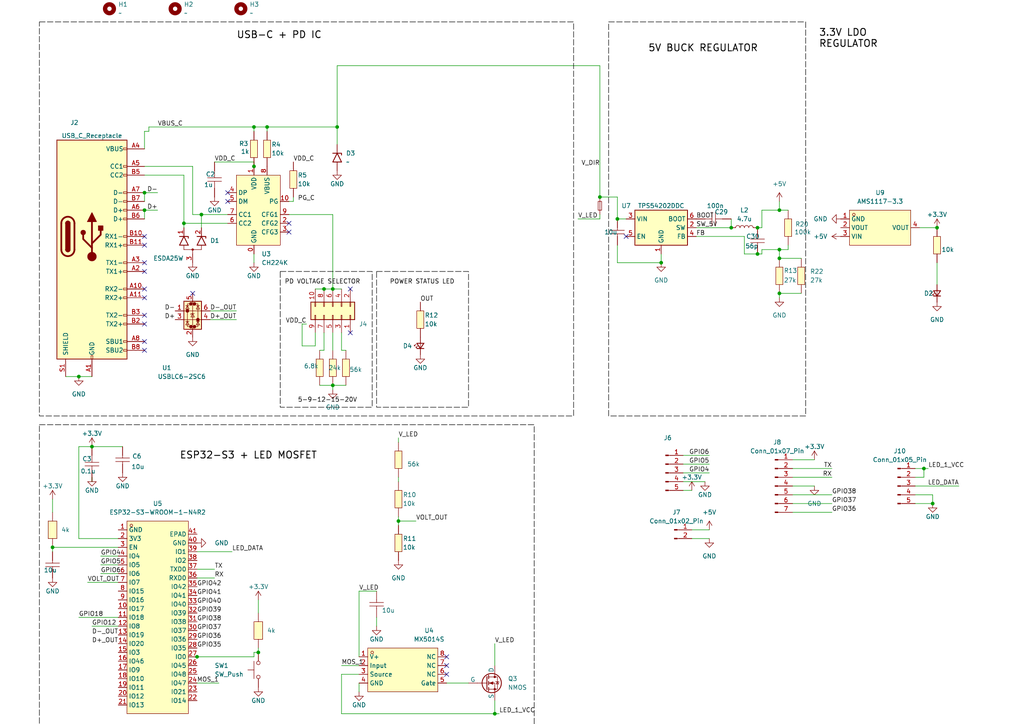
<source format=kicad_sch>
(kicad_sch (version 20231120) (generator "eeschema") (generator_version "8.0")
  (paper "A4")
  (junction (at 267.97 135.89))
  (junction (at 226.06 60.96))
  (junction (at 53.34 64.77))
  (junction (at 96.52 111.76))
  (junction (at 179.07 63.5))
  (junction (at 73.66 48.26))
  (junction (at 41.91 55.88))
  (junction (at 77.47 36.83))
  (junction (at 191.77 76.2))
  (junction (at 96.52 83.82))
  (junction (at 74.93 189.23))
  (junction (at 97.79 36.83))
  (junction (at 143.51 207.01))
  (junction (at 219.71 73.66))
  (junction (at 58.42 62.23))
  (junction (at 226.06 85.09))
  (junction (at 41.91 60.96))
  (junction (at 57.15 190.5))
  (junction (at 22.86 109.22))
  (junction (at 212.09 66.04))
  (junction (at 115.57 151.13))
  (junction (at 93.98 83.82))
  (junction (at 15.24 158.75))
  (junction (at 26.67 129.54))
  (junction (at 226.06 72.39))
  (junction (at 271.78 66.04))
  (junction (at 73.66 36.83))
  (junction (at 173.99 57.15))
  (junction (at 270.51 146.05))
  (junction (at 219.71 66.04))
  (junction (at 226.06 74.93))
  (no_connect (at 41.91 76.2))
  (no_connect (at 129.54 195.58))
  (no_connect (at 181.61 68.58))
  (no_connect (at 129.54 193.04))
  (no_connect (at 41.91 71.12))
  (no_connect (at 41.91 101.6))
  (no_connect (at 66.04 58.42))
  (no_connect (at 41.91 93.98))
  (no_connect (at 101.6 96.52))
  (no_connect (at 41.91 68.58))
  (no_connect (at 83.82 64.77))
  (no_connect (at 83.82 67.31))
  (no_connect (at 41.91 99.06))
  (no_connect (at 41.91 78.74))
  (no_connect (at 41.91 83.82))
  (no_connect (at 41.91 91.44))
  (no_connect (at 41.91 86.36))
  (no_connect (at 66.04 55.88))
  (no_connect (at 55.88 85.09))
  (no_connect (at 101.6 83.82))
  (no_connect (at 129.54 190.5))
  (wire (pts (xy 198.12 139.7) (xy 204.47 139.7)))
  (wire (pts (xy 226.06 85.09) (xy 232.41 85.09)))
  (wire (pts (xy 43.18 38.1) (xy 41.91 38.1)))
  (wire (pts (xy 96.52 62.23) (xy 83.82 62.23)))
  (wire (pts (xy 226.06 72.39) (xy 226.06 74.93)))
  (wire (pts (xy 41.91 55.88) (xy 41.91 58.42)))
  (wire (pts (xy 179.07 71.12) (xy 179.07 76.2)))
  (wire (pts (xy 220.98 72.39) (xy 220.98 73.66)))
  (wire (pts (xy 73.66 38.1) (xy 73.66 36.83)))
  (wire (pts (xy 115.57 149.86) (xy 115.57 151.13)))
  (wire (pts (xy 77.47 36.83) (xy 97.79 36.83)))
  (wire (pts (xy 226.06 58.42) (xy 226.06 60.96)))
  (wire (pts (xy 22.86 129.54) (xy 22.86 156.21)))
  (wire (pts (xy 97.79 19.05) (xy 173.99 19.05)))
  (wire (pts (xy 73.66 189.23) (xy 74.93 189.23)))
  (wire (pts (xy 229.87 138.43) (xy 241.3 138.43)))
  (wire (pts (xy 19.05 109.22) (xy 22.86 109.22)))
  (wire (pts (xy 179.07 63.5) (xy 179.07 57.15)))
  (wire (pts (xy 68.58 90.17) (xy 60.96 90.17)))
  (wire (pts (xy 115.57 138.43) (xy 115.57 139.7)))
  (wire (pts (xy 58.42 62.23) (xy 58.42 66.04)))
  (wire (pts (xy 120.65 151.13) (xy 115.57 151.13)))
  (wire (pts (xy 87.63 93.98) (xy 87.63 100.33)))
  (wire (pts (xy 62.23 46.99) (xy 73.66 46.99)))
  (wire (pts (xy 58.42 62.23) (xy 66.04 62.23)))
  (wire (pts (xy 15.24 158.75) (xy 34.29 158.75)))
  (wire (pts (xy 241.3 146.05) (xy 229.87 146.05)))
  (wire (pts (xy 167.64 63.5) (xy 173.99 63.5)))
  (wire (pts (xy 15.24 158.75) (xy 15.24 160.02)))
  (wire (pts (xy 100.33 101.6) (xy 99.06 101.6)))
  (wire (pts (xy 87.63 93.98) (xy 88.9 93.98)))
  (wire (pts (xy 63.5 198.12) (xy 57.15 198.12)))
  (wire (pts (xy 104.14 198.12) (xy 104.14 200.66)))
  (wire (pts (xy 96.52 111.76) (xy 96.52 113.03)))
  (wire (pts (xy 205.74 137.16) (xy 198.12 137.16)))
  (wire (pts (xy 267.97 135.89) (xy 265.43 135.89)))
  (wire (pts (xy 41.91 38.1) (xy 41.91 43.18)))
  (wire (pts (xy 220.98 60.96) (xy 220.98 66.04)))
  (wire (pts (xy 271.78 66.04) (xy 266.7 66.04)))
  (wire (pts (xy 226.06 74.93) (xy 232.41 74.93)))
  (wire (pts (xy 144.78 207.01) (xy 143.51 207.01)))
  (wire (pts (xy 270.51 143.51) (xy 270.51 146.05)))
  (wire (pts (xy 43.18 36.83) (xy 73.66 36.83)))
  (wire (pts (xy 99.06 195.58) (xy 104.14 195.58)))
  (wire (pts (xy 93.98 83.82) (xy 96.52 83.82)))
  (wire (pts (xy 96.52 101.6) (xy 96.52 96.52)))
  (wire (pts (xy 85.09 57.15) (xy 85.09 58.42)))
  (wire (pts (xy 83.82 58.42) (xy 85.09 58.42)))
  (wire (pts (xy 99.06 193.04) (xy 104.14 193.04)))
  (wire (pts (xy 229.87 135.89) (xy 241.3 135.89)))
  (wire (pts (xy 220.98 72.39) (xy 226.06 72.39)))
  (wire (pts (xy 143.51 207.01) (xy 143.51 203.2)))
  (wire (pts (xy 205.74 134.62) (xy 198.12 134.62)))
  (wire (pts (xy 73.66 36.83) (xy 77.47 36.83)))
  (wire (pts (xy 41.91 60.96) (xy 45.72 60.96)))
  (wire (pts (xy 269.24 135.89) (xy 267.97 135.89)))
  (wire (pts (xy 179.07 63.5) (xy 181.61 63.5)))
  (wire (pts (xy 205.74 132.08) (xy 198.12 132.08)))
  (wire (pts (xy 265.43 138.43) (xy 267.97 138.43)))
  (wire (pts (xy 68.58 92.71) (xy 60.96 92.71)))
  (wire (pts (xy 99.06 101.6) (xy 99.06 96.52)))
  (wire (pts (xy 271.78 76.2) (xy 271.78 82.55)))
  (wire (pts (xy 219.71 73.66) (xy 220.98 73.66)))
  (wire (pts (xy 74.93 187.96) (xy 74.93 189.23)))
  (wire (pts (xy 191.77 73.66) (xy 191.77 76.2)))
  (wire (pts (xy 265.43 143.51) (xy 270.51 143.51)))
  (wire (pts (xy 226.06 85.09) (xy 226.06 86.36)))
  (wire (pts (xy 99.06 207.01) (xy 143.51 207.01)))
  (wire (pts (xy 15.24 144.78) (xy 15.24 148.59)))
  (wire (pts (xy 229.87 140.97) (xy 236.22 140.97)))
  (wire (pts (xy 228.6 60.96) (xy 226.06 60.96)))
  (wire (pts (xy 74.93 173.99) (xy 74.93 177.8)))
  (wire (pts (xy 53.34 64.77) (xy 53.34 66.04)))
  (wire (pts (xy 104.14 171.45) (xy 104.14 190.5)))
  (wire (pts (xy 25.4 168.91) (xy 34.29 168.91)))
  (wire (pts (xy 73.66 76.2) (xy 73.66 73.66)))
  (wire (pts (xy 26.67 181.61) (xy 34.29 181.61)))
  (wire (pts (xy 215.9 68.58) (xy 215.9 73.66)))
  (wire (pts (xy 228.6 72.39) (xy 228.6 71.12)))
  (wire (pts (xy 22.86 179.07) (xy 34.29 179.07)))
  (wire (pts (xy 41.91 48.26) (xy 55.88 48.26)))
  (wire (pts (xy 53.34 50.8) (xy 53.34 64.77)))
  (wire (pts (xy 29.21 163.83) (xy 34.29 163.83)))
  (wire (pts (xy 93.98 101.6) (xy 93.98 96.52)))
  (wire (pts (xy 173.99 19.05) (xy 173.99 57.15)))
  (wire (pts (xy 29.21 161.29) (xy 34.29 161.29)))
  (wire (pts (xy 22.86 109.22) (xy 26.67 109.22)))
  (wire (pts (xy 97.79 36.83) (xy 97.79 19.05)))
  (wire (pts (xy 115.57 151.13) (xy 115.57 152.4)))
  (wire (pts (xy 205.74 153.67) (xy 200.66 153.67)))
  (wire (pts (xy 96.52 111.76) (xy 100.33 111.76)))
  (wire (pts (xy 41.91 63.5) (xy 41.91 60.96)))
  (wire (pts (xy 26.67 129.54) (xy 22.86 129.54)))
  (wire (pts (xy 179.07 57.15) (xy 173.99 57.15)))
  (wire (pts (xy 267.97 138.43) (xy 267.97 135.89)))
  (wire (pts (xy 104.14 171.45) (xy 109.22 171.45)))
  (wire (pts (xy 115.57 128.27) (xy 115.57 127)))
  (wire (pts (xy 57.15 160.02) (xy 67.31 160.02)))
  (wire (pts (xy 228.6 72.39) (xy 226.06 72.39)))
  (wire (pts (xy 201.93 68.58) (xy 215.9 68.58)))
  (wire (pts (xy 129.54 198.12) (xy 135.89 198.12)))
  (wire (pts (xy 92.71 111.76) (xy 96.52 111.76)))
  (wire (pts (xy 143.51 186.69) (xy 143.51 193.04)))
  (wire (pts (xy 91.44 83.82) (xy 93.98 83.82)))
  (wire (pts (xy 241.3 143.51) (xy 229.87 143.51)))
  (wire (pts (xy 62.23 165.1) (xy 57.15 165.1)))
  (wire (pts (xy 212.09 66.04) (xy 212.09 63.5)))
  (wire (pts (xy 92.71 101.6) (xy 93.98 101.6)))
  (wire (pts (xy 219.71 66.04) (xy 220.98 66.04)))
  (wire (pts (xy 53.34 64.77) (xy 66.04 64.77)))
  (wire (pts (xy 220.98 60.96) (xy 226.06 60.96)))
  (wire (pts (xy 198.12 142.24) (xy 200.66 142.24)))
  (wire (pts (xy 173.99 63.5) (xy 173.99 62.23)))
  (wire (pts (xy 77.47 36.83) (xy 77.47 38.1)))
  (wire (pts (xy 73.66 46.99) (xy 73.66 48.26)))
  (wire (pts (xy 55.88 48.26) (xy 55.88 62.23)))
  (wire (pts (xy 96.52 62.23) (xy 96.52 83.82)))
  (wire (pts (xy 241.3 148.59) (xy 229.87 148.59)))
  (wire (pts (xy 22.86 156.21) (xy 34.29 156.21)))
  (wire (pts (xy 73.66 190.5) (xy 73.66 189.23)))
  (wire (pts (xy 29.21 166.37) (xy 34.29 166.37)))
  (wire (pts (xy 201.93 66.04) (xy 212.09 66.04)))
  (wire (pts (xy 41.91 55.88) (xy 45.72 55.88)))
  (wire (pts (xy 55.88 62.23) (xy 58.42 62.23)))
  (wire (pts (xy 96.52 83.82) (xy 99.06 83.82)))
  (wire (pts (xy 270.51 146.05) (xy 265.43 146.05)))
  (wire (pts (xy 91.44 96.52) (xy 91.44 100.33)))
  (wire (pts (xy 57.15 190.5) (xy 73.66 190.5)))
  (wire (pts (xy 229.87 133.35) (xy 236.22 133.35)))
  (wire (pts (xy 62.23 167.64) (xy 57.15 167.64)))
  (wire (pts (xy 41.91 50.8) (xy 53.34 50.8)))
  (wire (pts (xy 205.74 156.21) (xy 200.66 156.21)))
  (wire (pts (xy 43.18 36.83) (xy 43.18 38.1)))
  (wire (pts (xy 91.44 100.33) (xy 87.63 100.33)))
  (wire (pts (xy 26.67 139.7) (xy 26.67 138.43)))
  (wire (pts (xy 215.9 73.66) (xy 219.71 73.66)))
  (wire (pts (xy 54.61 190.5) (xy 57.15 190.5)))
  (wire (pts (xy 278.13 140.97) (xy 265.43 140.97)))
  (wire (pts (xy 35.56 129.54) (xy 26.67 129.54)))
  (wire (pts (xy 179.07 76.2) (xy 191.77 76.2)))
  (wire (pts (xy 99.06 195.58) (xy 99.06 207.01)))
  (wire (pts (xy 109.22 179.07) (xy 109.22 181.61)))
  (wire (pts (xy 97.79 36.83) (xy 97.79 41.91)))
  (rectangle (start 109.22 78.74) (end 135.89 118.11) (stroke (width 0) (type dash) (color 0 0 0 1)))
  (rectangle (start 11.43 6.35) (end 166.37 120.65) (stroke (width 0) (type dash) (color 0 0 0 1)))
  (rectangle (start 81.28 78.74) (end 107.95 118.11) (stroke (width 0) (type dash) (color 0 0 0 1)))
  (rectangle (start 11.43 123.19) (end 154.94 252.73) (stroke (width 0) (type dash) (color 0 0 0 1)))
  (rectangle (start 176.53 6.35) (end 233.68 120.65) (stroke (width 0) (type dash) (color 0 0 0 1)))
  (text "ESP32-S3 + LED MOSFET" (at 52.07 133.35 0) (effects (font (size 2 2) (thickness 0.254) (bold yes)) (justify left bottom)))
  (text "USB-C + PD IC" (at 68.58 11.43 0) (effects (font (size 2 2) (thickness 0.254) (bold yes)) (justify left bottom)))
  (text "POWER STATUS LED" (at 113.03 82.55 0) (effects (font (size 1.27 1.27)) (justify left bottom)))
  (text "5V BUCK REGULATOR\n" (at 187.96 15.24 0) (effects (font (size 2 2) (thickness 0.254) (bold yes)) (justify left bottom)))
  (text "5-9-12-15-20V" (at 86.36 116.84 0) (effects (font (size 1.27 1.27)) (justify left bottom)))
  (text "PD VOLTAGE SELECTOR" (at 82.55 82.55 0) (effects (font (size 1.27 1.27)) (justify left bottom)))
  (text "3.3V LDO \nREGULATOR" (at 237.49 13.97 0) (effects (font (size 2 2) (thickness 0.254) (bold yes)) (justify left bottom)))
  (label "GPIO37" (at 241.3 146.05 0))
  (label "VDD_C" (at 88.9 93.98 180))
  (label "MOS_1" (at 99.06 193.04 0))
  (label "GPIO5" (at 205.74 134.62 180))
  (label "VDD_C" (at 85.09 46.99 0))
  (label "VBUS_C" (at 45.72 36.83 0))
  (label "V_DIR" (at 173.99 48.26 180))
  (label "D-_OUT" (at 68.58 90.17 180))
  (label "LED_DATA" (at 278.13 140.97 180))
  (label "GPIO6" (at 205.74 132.08 180))
  (label "RX" (at 62.23 167.64 0))
  (label "LED_DATA" (at 67.31 160.02 0))
  (label "FB" (at 201.93 68.58 0))
  (label "RX" (at 241.3 138.43 180))
  (label "GPIO38" (at 241.3 143.51 0))
  (label "GPIO4" (at 29.21 161.29 0))
  (label "TX" (at 241.3 135.89 180))
  (label "PG_C" (at 86.36 58.42 0))
  (label "V_LED" (at 143.51 186.69 0))
  (label "VDD_C" (at 62.23 46.99 0))
  (label "D-" (at 50.8 90.17 180))
  (label "VOLT_OUT" (at 25.4 168.91 0))
  (label "GPIO5" (at 29.21 163.83 0))
  (label "MOS_1" (at 63.5 198.12 180))
  (label "GPIO37" (at 57.15 182.88 0))
  (label "D+_OUT" (at 34.29 186.69 180))
  (label "LED_1_VCC" (at 269.24 135.89 0))
  (label "V_LED" (at 167.64 63.5 0))
  (label "GPIO41" (at 57.15 172.72 0))
  (label "GPIO35" (at 57.15 187.96 0))
  (label "GPIO42" (at 57.15 170.18 0))
  (label "D-" (at 45.72 55.88 180))
  (label "GPIO6" (at 29.21 166.37 0))
  (label "SW_5V" (at 201.93 66.04 0))
  (label "D-_OUT" (at 34.29 184.15 180))
  (label "GPIO39" (at 57.15 177.8 0))
  (label "GPIO18" (at 22.86 179.07 0))
  (label "GPIO40" (at 57.15 175.26 0))
  (label "GPIO36" (at 241.3 148.59 0))
  (label "V_LED" (at 115.57 127 0))
  (label "GPIO12" (at 26.67 181.61 0))
  (label "V_LED" (at 104.14 171.45 0))
  (label "OUT" (at 121.92 87.63 0))
  (label "VOLT_OUT" (at 120.65 151.13 0))
  (label "GPIO38" (at 57.15 180.34 0))
  (label "D+" (at 50.8 92.71 180))
  (label "TX" (at 62.23 165.1 0))
  (label "GPIO4" (at 205.74 137.16 180))
  (label "GPIO36" (at 57.15 185.42 0))
  (label "D+_OUT" (at 68.58 92.71 180))
  (label "BOOT" (at 201.93 63.5 0))
  (label "D+" (at 45.72 60.96 180))
  (label "LED_1_VCC" (at 144.78 207.01 0))
  (symbol (lib_id "power:GND") (at 226.06 86.36 0) (unit 1)
    (property "Reference" "#PWR050" (effects (hide yes)))
    (property "Value" "GND" (at 226.06 91.44 0))
  )
  (symbol (lib_id "power:GND") (at 243.84 63.5 270) (unit 1)
    (property "Reference" "#PWR04" (effects (hide yes)))
    (property "Value" "GND" (at 240.03 63.4999 90) (effects (justify right)))
  )
  (symbol (lib_id "easyeda:0805W8F5602T5E") (at 115.57 133.35 90) (unit 1)
    (property "Reference" "R15" (effects (hide yes)))
    (property "Value" "56k" (at 118.11 134.6199 90) (effects (justify right)))
    (property "Footprint" "cheap-wled-controller:R0805" (effects (hide yes)))
    (property "Datasheet" "https://lcsc.com/product-detail/Chip-Resistor-Surface-Mount-UniOhm_56KR-5602-1_C17756.html" (effects (hide yes)))
    (property "LCSC Part" "C17756" (effects (hide yes)))
  )
  (symbol (lib_id "easyeda:C0805B104K500NT") (at 207.01 63.5 180) (unit 1)
    (property "Reference" "C29" (at 207.264 61.468 0) (effects (justify right)))
    (property "Value" "100n" (at 204.978 59.69 0) (effects (justify right)))
    (property "Footprint" "cheap-wled-controller:C0805" (effects (hide yes)))
    (property "Datasheet" "https://lcsc.com/product-detail/Multilayer-Ceramic-Capacitors-MLCC-SMD-SMT_C0805B104K500NT_C476766.html" (effects (hide yes)))
    (property "LCSC Part" "C476766" (effects (hide yes)))
  )
  (symbol (lib_id "Connector:Conn_01x05_Pin") (at 260.35 140.97 0) (unit 1)
    (property "Reference" "J10" (at 260.985 130.81 0))
    (property "Value" "Conn_01x05_Pin" (at 260.985 133.35 0))
    (property "Footprint" "cheap-wled-controller:CONN-TH_5P-P3.81_KF124-3.81-5P" (effects (hide yes)))
    (property "LCSC" "C72336" (effects (hide yes)))
  )
  (symbol (lib_id "easyeda:0805W8F1002T5E") (at 85.09 52.07 90) (unit 1)
    (property "Reference" "R5" (at 86.36 50.8 90) (effects (justify right)))
    (property "Value" "10k" (at 86.36 53.34 90) (effects (justify right)))
    (property "Footprint" "cheap-wled-controller:R0805" (effects (hide yes)))
    (property "Datasheet" "https://lcsc.com/product-detail/Chip-Resistor-Surface-Mount-UniOhm_10KR-1002-1_C17414.html" (effects (hide yes)))
    (property "LCSC Part" "C17414" (effects (hide yes)))
  )
  (symbol (lib_id "easyeda:C0805B104K500NT") (at 26.67 134.62 90) (unit 1)
    (property "Reference" "C3" (at 23.876 133.096 90) (effects (justify right)))
    (property "Value" "0.1u" (at 23.368 136.652 90) (effects (justify right)))
    (property "Footprint" "cheap-wled-controller:C0805" (effects (hide yes)))
    (property "Datasheet" "https://lcsc.com/product-detail/Multilayer-Ceramic-Capacitors-MLCC-SMD-SMT_C0805B104K500NT_C476766.html" (effects (hide yes)))
    (property "LCSC Part" "C476766" (effects (hide yes)))
  )
  (symbol (lib_id "easyeda:AMS1117-3.3") (at 255.27 66.04 0) (unit 1)
    (property "Reference" "U9" (at 255.27 55.88 0))
    (property "Value" "AMS1117-3.3" (at 255.27 58.42 0))
    (property "Footprint" "cheap-wled-controller:SOT-223-3_L6.5-W3.4-P2.30-LS7.0-BR" (effects (hide yes)))
    (property "Datasheet" "https://lcsc.com/product-detail/Low-Dropout-Regulators-LDO_AMS_AMS1117-3-3_AMS1117-3-3_C6186.html" (effects (hide yes)))
    (property "LCSC Part" "C6186" (effects (hide yes)))
  )
  (symbol (lib_id "easyeda:0805W8F1002T5E") (at 77.47 43.18 90) (unit 1)
    (property "Reference" "R4" (at 78.74 41.91 90) (effects (justify right)))
    (property "Value" "10k" (at 78.74 44.45 90) (effects (justify right)))
    (property "Footprint" "cheap-wled-controller:R0805" (effects (hide yes)))
    (property "Datasheet" "https://lcsc.com/product-detail/Chip-Resistor-Surface-Mount-UniOhm_10KR-1002-1_C17414.html" (effects (hide yes)))
    (property "LCSC Part" "C17414" (effects (hide yes)))
  )
  (symbol (lib_id "easyeda:0805W8F1002T5E") (at 121.92 92.71 90) (unit 1)
    (property "Reference" "R12" (at 123.19 91.44 90) (effects (justify right)))
    (property "Value" "10k" (at 123.19 93.98 90) (effects (justify right)))
    (property "Footprint" "cheap-wled-controller:R0805" (effects (hide yes)))
    (property "Datasheet" "https://lcsc.com/product-detail/Chip-Resistor-Surface-Mount-UniOhm_10KR-1002-1_C17414.html" (effects (hide yes)))
    (property "LCSC Part" "C17414" (effects (hide yes)))
  )
  (symbol (lib_id "easyeda:ARG05FTC4001N") (at 15.24 153.67 270) (unit 1)
    (property "Reference" "R6" (effects (hide yes)))
    (property "Value" "4k" (at 17.78 153.6699 90) (effects (justify left)))
    (property "Footprint" "cheap-wled-controller:R0805" (effects (hide yes)))
    (property "LCSC Part" "C2828855" (effects (hide yes)))
  )
  (symbol (lib_id "easyeda:0805W8F2402T5E") (at 96.52 106.68 90) (unit 1)
    (property "Reference" "R16" (effects (hide yes)))
    (property "Value" "24k" (at 95.25 106.68 90) (effects (justify right)))
    (property "Footprint" "cheap-wled-controller:R0805" (effects (hide yes)))
    (property "Datasheet" "https://lcsc.com/product-detail/Chip-Resistor-Surface-Mount-UniOhm_24KR-2402-1_C17575.html" (effects (hide yes)))
    (property "LCSC Part" "C17575" (effects (hide yes)))
  )
  (symbol (lib_id "power:GND") (at 55.88 97.79 0) (unit 1)
    (property "Reference" "#PWR09" (effects (hide yes)))
    (property "Value" "GND" (at 55.88 102.87 0))
  )
  (symbol (lib_id "power:GND") (at 271.78 87.63 0) (unit 1)
    (property "Reference" "#PWR07" (effects (hide yes)))
    (property "Value" "GND" (at 271.78 92.71 0))
  )
  (symbol (lib_id "Connector:Conn_01x07_Pin") (at 224.79 140.97 0) (unit 1)
    (property "Reference" "J8" (at 225.425 128.27 0))
    (property "Value" "Conn_01x07_Pin" (at 225.425 130.81 0))
    (property "Footprint" "Connector_PinSocket_2.54mm:PinSocket_1x07_P2.54mm_Vertical" (effects (hide yes)))
  )
  (symbol (lib_id "power:GND") (at 74.93 199.39 0) (unit 1)
    (property "Reference" "#PWR031" (effects (hide yes)))
    (property "Value" "GND" (at 74.93 203.2 0))
  )
  (symbol (lib_id "power:+3.3V") (at 15.24 144.78 0) (unit 1)
    (property "Reference" "#PWR022" (effects (hide yes)))
    (property "Value" "+3.3V" (at 15.24 140.97 0))
  )
  (symbol (lib_id "Mechanical:MountingHole") (at 69.85 2.54 0) (unit 1)
    (property "Reference" "H3" (at 72.39 1.27 0) (effects (justify left)))
    (property "Value" "~" (at 72.39 3.81 0) (effects (justify left)))
    (property "Footprint" "MountingHole:MountingHole_3.2mm_M3" (effects (hide yes)))
  )
  (symbol (lib_id "Regulator_Switching:TPS54202DDC") (at 191.77 66.04 0) (unit 1)
    (property "Reference" "U7" (at 181.61 59.69 0))
    (property "Value" "TPS54202DDC" (at 191.77 59.69 0))
    (property "Footprint" "Package_TO_SOT_SMD:SOT-23-6" (effects (hide yes)))
    (property "Datasheet" "http://www.ti.com/lit/ds/symlink/tps54202.pdf" (effects (hide yes)))
    (property "LCSC" "C191884" (effects (hide yes)))
  )
  (symbol (lib_id "Connector:Conn_01x05_Pin") (at 193.04 137.16 0) (unit 1)
    (property "Reference" "J6" (at 193.675 127 0))
    (property "Value" "Conn_01x05_Pin" (effects (hide yes)))
    (property "Footprint" "Connector_PinSocket_2.54mm:PinSocket_1x05_P2.54mm_Vertical" (effects (hide yes)))
  )
  (symbol (lib_id "power:GND") (at 191.77 76.2 0) (unit 1)
    (property "Reference" "#PWR046" (effects (hide yes)))
    (property "Value" "GND" (at 191.77 81.28 0))
  )
  (symbol (lib_id "easyeda:0805CG560J500NT") (at 219.71 69.85 90) (unit 1)
    (property "Reference" "C30" (at 216.408 68.58 90) (effects (justify right)))
    (property "Value" "56p" (at 216.154 71.374 90) (effects (justify right)))
    (property "Footprint" "cheap-wled-controller:C0805" (effects (hide yes)))
    (property "Datasheet" "https://lcsc.com/product-detail/Multilayer-Ceramic-Capacitors-MLCC-SMD-SMT_56pF-560-5-50V_C1828.html" (effects (hide yes)))
    (property "LCSC Part" "C1828" (effects (hide yes)))
  )
  (symbol (lib_id "power:+3.3V") (at 200.66 142.24 0) (unit 1)
    (property "Reference" "#PWR039" (effects (hide yes)))
    (property "Value" "+3.3V" (at 200.66 138.43 0))
  )
  (symbol (lib_id "easyeda:ARG05FTC4001N") (at 74.93 182.88 270) (unit 1)
    (property "Reference" "R7" (effects (hide yes)))
    (property "Value" "4k" (at 77.47 182.8799 90) (effects (justify left)))
    (property "Footprint" "cheap-wled-controller:R0805" (effects (hide yes)))
    (property "LCSC Part" "C2828855" (effects (hide yes)))
  )
  (symbol (lib_id "easyeda:0805W8F1002T5E") (at 115.57 144.78 90) (unit 1)
    (property "Reference" "R10" (at 116.84 143.51 90) (effects (justify right)))
    (property "Value" "10k" (at 116.84 146.05 90) (effects (justify right)))
    (property "Footprint" "cheap-wled-controller:R0805" (effects (hide yes)))
    (property "Datasheet" "https://lcsc.com/product-detail/Chip-Resistor-Surface-Mount-UniOhm_10KR-1002-1_C17414.html" (effects (hide yes)))
    (property "LCSC Part" "C17414" (effects (hide yes)))
  )
  (symbol (lib_id "power:GND") (at 26.67 138.43 0) (mirror y) (unit 1)
    (property "Reference" "#PWR028" (effects (hide yes)))
    (property "Value" "GND" (at 26.67 142.24 0))
  )
  (symbol (lib_id "power:GND") (at 96.52 113.03 0) (unit 1)
    (property "Reference" "#PWR017" (effects (hide yes)))
    (property "Value" "GND" (at 96.52 118.11 0))
  )
  (symbol (lib_id "easyeda:0805B105K500NT_C215803") (at 62.23 52.07 90) (unit 1)
    (property "Reference" "C2" (at 59.69 50.546 90) (effects (justify right)))
    (property "Value" "1u" (at 59.182 53.594 90) (effects (justify right)))
    (property "Footprint" "cheap-wled-controller:C0805" (effects (hide yes)))
    (property "Datasheet" "https://lcsc.com/product-detail/Others_Guangdong-Fenghua-Advanced-Tech-0805B105K500NT_C215803.html" (effects (hide yes)))
    (property "LCSC Part" "C215803" (effects (hide yes)))
  )
  (symbol (lib_id "easyeda:CL21A106KOQNNNE") (at 15.24 163.83 90) (unit 1)
    (property "Reference" "C7" (effects (hide yes)))
    (property "Value" "10u" (at 12.7 165.354 90) (effects (justify right)))
    (property "Footprint" "cheap-wled-controller:C0805" (effects (hide yes)))
    (property "Datasheet" "https://lcsc.com/product-detail/Multilayer-Ceramic-Capacitors-MLCC-SMD-SMT_SAMSUNG_CL21A106KOQNNNE_10uF-106-10-16V_C1713.html" (effects (hide yes)))
    (property "LCSC Part" "C1713" (effects (hide yes)))
  )
  (symbol (lib_id "easyeda:0805W8F5602T5E") (at 100.33 106.68 90) (unit 1)
    (property "Reference" "R2" (effects (hide yes)))
    (property "Value" "56k" (at 101.346 107.188 90) (effects (justify right)))
    (property "Footprint" "cheap-wled-controller:R0805" (effects (hide yes)))
    (property "Datasheet" "https://lcsc.com/product-detail/Chip-Resistor-Surface-Mount-UniOhm_56KR-5602-1_C17756.html" (effects (hide yes)))
    (property "LCSC Part" "C17756" (effects (hide yes)))
  )
  (symbol (lib_id "easyeda:0805W8F1002T5E") (at 115.57 157.48 90) (unit 1)
    (property "Reference" "R11" (at 116.84 156.21 90) (effects (justify right)))
    (property "Value" "10k" (at 116.84 158.75 90) (effects (justify right)))
    (property "Footprint" "cheap-wled-controller:R0805" (effects (hide yes)))
    (property "Datasheet" "https://lcsc.com/product-detail/Chip-Resistor-Surface-Mount-UniOhm_10KR-1002-1_C17414.html" (effects (hide yes)))
    (property "LCSC Part" "C17414" (effects (hide yes)))
  )
  (symbol (lib_id "Power_Protection:USBLC6-2SC6") (at 55.88 90.17 0) (unit 1)
    (property "Reference" "U1" (at 46.99 106.68 0) (effects (justify left)))
    (property "Value" "USBLC6-2SC6" (at 45.72 109.22 0) (effects (justify left)))
    (property "Footprint" "Package_TO_SOT_SMD:SOT-23-6" (effects (hide yes)))
    (property "Datasheet" "https://www.st.com/resource/en/datasheet/usblc6-2.pdf" (effects (hide yes)))
    (property "LCSC" "C2827654" (effects (hide yes)))
  )
  (symbol (lib_id "power:GND") (at 57.15 157.48 90) (unit 1)
    (property "Reference" "#PWR026" (effects (hide yes)))
    (property "Value" "GND" (at 62.23 157.4799 90) (effects (justify right)))
  )
  (symbol (lib_id "power:+5V") (at 205.74 153.67 0) (unit 1)
    (property "Reference" "#PWR042" (effects (hide yes)))
    (property "Value" "+5V" (at 205.74 148.59 0))
  )
  (symbol (lib_id "power:GND") (at 236.22 140.97 0) (unit 1)
    (property "Reference" "#PWR045" (effects (hide yes)))
    (property "Value" "GND" (at 236.22 146.05 0))
  )
  (symbol (lib_id "0my_project:CH224K") (at 74.93 60.96 0) (unit 1)
    (property "Reference" "U3" (at 75.8541 73.66 0) (effects (justify left)))
    (property "Value" "CH224K" (at 75.8541 76.2 0) (effects (justify left)))
    (property "Footprint" "cheap-wled-controller:ESSOP-10_L4.9-W3.9-P1.0-LS6.0-TL-EP" (effects (hide yes)))
    (property "Datasheet" "https://akizukidenshi.com/download/ds/wch/CH224.pdf" (effects (hide yes)))
    (property "LCSC" "C970725" (effects (hide yes)))
  )
  (symbol (lib_id "easyeda:ESP32-S3-WROOM-1-N4R2") (at 45.72 179.07 0) (unit 1)
    (property "Reference" "U5" (at 45.72 146.05 0))
    (property "Value" "ESP32-S3-WROOM-1-N4R2" (at 45.72 148.59 0))
    (property "Footprint" "cheap-wled-controller:WIRELM-SMD_ESP32-S3-WROOM-1" (effects (hide yes)))
    (property "LCSC Part" "C2913203" (effects (hide yes)))
  )
  (symbol (lib_id "power:GND") (at 55.88 76.2 0) (unit 1)
    (property "Reference" "#PWR08" (effects (hide yes)))
    (property "Value" "GND" (at 55.88 80.01 0))
  )
  (symbol (lib_id "power:GND") (at 22.86 109.22 0) (unit 1)
    (property "Reference" "#PWR01" (effects (hide yes)))
    (property "Value" "GND" (at 22.86 114.3 0))
  )
  (symbol (lib_id "Device:L") (at 215.9 66.04 90) (unit 1)
    (property "Reference" "L2" (at 215.9 60.96 90))
    (property "Value" "4.7u" (at 215.9 63.5 90))
    (property "Footprint" "Inductor_SMD:L_1008_2520Metric" (effects (hide yes)))
    (property "LCSC" "C91237" (effects (hide yes)))
  )
  (symbol (lib_id "Diode:SM6T6V8A") (at 97.79 45.72 270) (unit 1)
    (property "Reference" "D3" (at 100.33 44.45 90) (effects (justify left)))
    (property "Value" "~" (at 100.33 46.99 90) (effects (justify left)))
    (property "Footprint" "Diode_SMD:D_SMA" (effects (hide yes)))
    (property "Datasheet" "https://www.st.com/resource/en/datasheet/sm6t.pdf" (effects (hide yes)))
    (property "LCSC" "C383698" (effects (hide yes)))
  )
  (symbol (lib_id "power:GND") (at 15.24 167.64 0) (unit 1)
    (property "Reference" "#PWR023" (effects (hide yes)))
    (property "Value" "GND" (at 15.24 171.45 0))
  )
  (symbol (lib_id "power:GND") (at 204.47 139.7 0) (unit 1)
    (property "Reference" "#PWR041" (effects (hide yes)))
    (property "Value" "GND" (at 204.47 143.51 0))
  )
  (symbol (lib_id "easyeda:CL21A106KOQNNNE") (at 179.07 67.31 90) (unit 1)
    (property "Reference" "C5" (effects (hide yes)))
    (property "Value" "10u" (at 175.26 67.31 90) (effects (justify right)))
    (property "Footprint" "cheap-wled-controller:C0805" (effects (hide yes)))
    (property "Datasheet" "https://lcsc.com/product-detail/Multilayer-Ceramic-Capacitors-MLCC-SMD-SMT_SAMSUNG_CL21A106KOQNNNE_10uF-106-10-16V_C1713.html" (effects (hide yes)))
    (property "LCSC Part" "C1713" (effects (hide yes)))
  )
  (symbol (lib_id "Device:LED_Small") (at 121.92 100.33 90) (unit 1)
    (property "Reference" "D4" (at 116.84 100.33 90) (effects (justify right)))
    (property "Value" "LED_Small" (effects (hide yes)))
    (property "Footprint" "cheap-wled-controller:LED0805-R-RD" (effects (hide yes)))
    (property "LCSC" "C965799" (effects (hide yes)))
  )
  (symbol (lib_id "Power_Protection:RCLAMP0502BA") (at 55.88 71.12 90) (unit 1)
    (property "Reference" "D1" (at 60.96 69.7865 90) (effects (justify right)))
    (property "Value" "ESDA25W" (at 44.45 74.93 90) (effects (justify right)))
    (property "Footprint" "Package_TO_SOT_SMD:SOT-323_SC-70" (effects (hide yes)))
    (property "Datasheet" "https://www.semtech.com/products/circuit-protection/low-capacitance/rclamp0502ba" (effects (hide yes)))
    (property "LCSC" "C3021136" (effects (hide yes)))
  )
  (symbol (lib_id "Mechanical:MountingHole") (at 31.75 2.54 0) (unit 1)
    (property "Reference" "H1" (at 34.29 1.27 0) (effects (justify left)))
    (property "Value" "~" (at 34.29 3.81 0) (effects (justify left)))
    (property "Footprint" "MountingHole:MountingHole_3.2mm_M3" (effects (hide yes)))
  )
  (symbol (lib_id "Connector:Conn_01x02_Pin") (at 195.58 153.67 0) (unit 1)
    (property "Reference" "J7" (at 196.215 148.59 0))
    (property "Value" "Conn_01x02_Pin" (at 196.215 151.13 0))
    (property "Footprint" "Connector_JST:JST_PH_B2B-PH-K_1x02_P2.00mm_Vertical" (effects (hide yes)))
    (property "LCSC" "C131337" (effects (hide yes)))
  )
  (symbol (lib_id "power:GND") (at 35.56 137.16 0) (mirror y) (unit 1)
    (property "Reference" "#PWR029" (effects (hide yes)))
    (property "Value" "GND" (at 35.56 140.97 0))
  )
  (symbol (lib_id "Connector:USB_C_Receptacle") (at 26.67 68.58 0) (unit 1)
    (property "Reference" "J2" (at 21.59 35.56 0))
    (property "Value" "USB_C_Receptacle" (at 26.67 39.37 0))
    (property "Footprint" "cheap-wled-controller:USB-C_SMD-TYPE-C-31-M-12" (effects (hide yes)))
    (property "Datasheet" "https://www.usb.org/sites/default/files/documents/usb_type-c.zip" (effects (hide yes)))
    (property "LCSC" "C165948" (effects (hide yes)))
  )
  (symbol (lib_id "Device:LED_Small") (at 271.78 85.09 90) (unit 1)
    (property "Reference" "D2" (at 267.97 85.09 90) (effects (justify right)))
    (property "Value" "LED_Small" (effects (hide yes)))
    (property "Footprint" "cheap-wled-controller:LED0805-R-RD" (effects (hide yes)))
    (property "LCSC" "C5123548" (effects (hide yes)))
  )
  (symbol (lib_id "horizontal_button:MX5014S") (at 116.84 194.31 0) (unit 1)
    (property "Reference" "U4" (at 124.46 182.88 0))
    (property "Value" "MX5014S" (at 124.46 185.42 0))
    (property "Footprint" "cheap-wled-controller:SOIC-8_L4.9-W3.9-P1.27-LS6.0-BL" (effects (hide yes)))
    (property "LCSC Part" "C5359091" (effects (hide yes)))
  )
  (symbol (lib_id "easyeda:0805W8F1001T5E") (at 73.66 43.18 90) (unit 1)
    (property "Reference" "R3" (at 69.342 41.656 90) (effects (justify right)))
    (property "Value" "1k" (at 69.85 43.942 90) (effects (justify right)))
    (property "Footprint" "cheap-wled-controller:R0805" (effects (hide yes)))
    (property "Datasheet" "https://lcsc.com/product-detail/Chip-Resistor-Surface-Mount-UniOhm_1KR-1001-1_C17513.html" (effects (hide yes)))
    (property "LCSC Part" "C17513" (effects (hide yes)))
  )
  (symbol (lib_id "easyeda:0805W8F1002T5E") (at 271.78 71.12 90) (unit 1)
    (property "Reference" "R14" (effects (hide yes)))
    (property "Value" "10k" (at 273.05 72.39 90) (effects (justify right)))
    (property "Footprint" "cheap-wled-controller:R0805" (effects (hide yes)))
    (property "Datasheet" "https://lcsc.com/product-detail/Chip-Resistor-Surface-Mount-UniOhm_10KR-1002-1_C17414.html" (effects (hide yes)))
    (property "LCSC Part" "C17414" (effects (hide yes)))
  )
  (symbol (lib_id "power:+3.3V") (at 271.78 66.04 0) (unit 1)
    (property "Reference" "#PWR011" (effects (hide yes)))
    (property "Value" "+3.3V" (at 271.78 62.23 0))
  )
  (symbol (lib_id "easyeda:RC0805FR-0727KL") (at 226.06 80.01 90) (unit 1)
    (property "Reference" "R13" (at 227.33 78.486 90) (effects (justify right)))
    (property "Value" "27k" (at 227.33 81.28 90) (effects (justify right)))
    (property "Footprint" "cheap-wled-controller:R0805" (effects (hide yes)))
    (property "Datasheet" "https://lcsc.com/product-detail/Chip-Resistor-Surface-Mount_27KR-2702-1_C114533.html" (effects (hide yes)))
    (property "LCSC Part" "C114533" (effects (hide yes)))
  )
  (symbol (lib_id "Device:Fuse_Small") (at 173.99 59.69 270) (unit 1)
    (property "Reference" "F2" (effects (hide yes)))
    (property "Value" "DIR" (effects (hide yes)))
    (property "Footprint" "cheap-wled-controller:FUSE-TH_XF-508P-A-B" (effects (hide yes)))
    (property "LCSC" "C19727304" (effects (hide yes)))
  )
  (symbol (lib_id "Mechanical:MountingHole") (at 50.8 2.54 0) (unit 1)
    (property "Reference" "H2" (at 53.34 1.27 0) (effects (justify left)))
    (property "Value" "~" (at 53.34 3.81 0) (effects (justify left)))
    (property "Footprint" "MountingHole:MountingHole_3.2mm_M3" (effects (hide yes)))
  )
  (symbol (lib_id "easyeda:0805W8F1003T5E_C149504") (at 228.6 66.04 90) (unit 1)
    (property "Reference" "R20" (at 230.632 65.024 90) (effects (justify right)))
    (property "Value" "100k" (at 230.378 67.31 90) (effects (justify right)))
    (property "Footprint" "cheap-wled-controller:R0805" (effects (hide yes)))
    (property "Datasheet" "https://lcsc.com/product-detail/Chip-Resistor-Surface-Mount-UniOhm_Uniroyal-Elec-0805W8F1003T5E_C149504.html" (effects (hide yes)))
    (property "LCSC Part" "C149504" (effects (hide yes)))
  )
  (symbol (lib_id "power:+5V") (at 243.84 68.58 90) (unit 1)
    (property "Reference" "#PWR020" (effects (hide yes)))
    (property "Value" "+5V" (at 240.03 68.5799 90) (effects (justify left)))
  )
  (symbol (lib_id "power:GND") (at 121.92 102.87 0) (unit 1)
    (property "Reference" "#PWR025" (effects (hide yes)))
    (property "Value" "GND" (at 121.92 106.68 0))
  )
  (symbol (lib_id "Switch:SW_Push") (at 74.93 194.31 90) (unit 1)
    (property "Reference" "SW1" (at 62.23 193.04 90) (effects (justify right)))
    (property "Value" "SW_Push" (at 62.23 195.58 90) (effects (justify right)))
    (property "Footprint" "cheap-wled-controller:SW-SMD_TSA245G00D-250" (effects (hide yes)))
    (property "LCSC" "C2846758" (effects (hide yes)))
  )
  (symbol (lib_id "easyeda:CL21A106KOQNNNE") (at 109.22 175.26 90) (unit 1)
    (property "Reference" "C1" (effects (hide yes)))
    (property "Value" "10u" (at 110.744 177.038 90) (effects (justify right)))
    (property "Footprint" "cheap-wled-controller:C0805" (effects (hide yes)))
    (property "Datasheet" "https://lcsc.com/product-detail/Multilayer-Ceramic-Capacitors-MLCC-SMD-SMT_SAMSUNG_CL21A106KOQNNNE_10uF-106-10-16V_C1713.html" (effects (hide yes)))
    (property "LCSC Part" "C1713" (effects (hide yes)))
  )
  (symbol (lib_id "power:GND") (at 97.79 49.53 0) (unit 1)
    (property "Reference" "#PWR018" (effects (hide yes)))
    (property "Value" "GND" (at 97.79 53.34 0))
  )
  (symbol (lib_id "power:GND") (at 73.66 76.2 0) (unit 1)
    (property "Reference" "#PWR012" (effects (hide yes)))
    (property "Value" "GND" (at 73.66 80.01 0))
  )
  (symbol (lib_id "power:+3.3V") (at 236.22 133.35 0) (unit 1)
    (property "Reference" "#PWR044" (effects (hide yes)))
    (property "Value" "+3.3V" (at 236.22 129.54 0))
  )
  (symbol (lib_id "easyeda:RC0805FR-0727KL") (at 232.41 80.01 90) (unit 1)
    (property "Reference" "R22" (at 234.95 78.7399 90) (effects (justify right)))
    (property "Value" "27k" (at 234.95 81.2799 90) (effects (justify right)))
    (property "Footprint" "cheap-wled-controller:R0805" (effects (hide yes)))
    (property "Datasheet" "https://lcsc.com/product-detail/Chip-Resistor-Surface-Mount_27KR-2702-1_C114533.html" (effects (hide yes)))
    (property "LCSC Part" "C114533" (effects (hide yes)))
  )
  (symbol (lib_id "power:GND") (at 62.23 57.15 0) (unit 1)
    (property "Reference" "#PWR010" (effects (hide yes)))
    (property "Value" "GND" (at 62.23 60.96 0))
  )
  (symbol (lib_id "power:GND") (at 205.74 156.21 0) (unit 1)
    (property "Reference" "#PWR043" (effects (hide yes)))
    (property "Value" "GND" (at 205.74 161.29 0))
  )
  (symbol (lib_id "power:GND") (at 115.57 162.56 0) (unit 1)
    (property "Reference" "#PWR024" (effects (hide yes)))
    (property "Value" "GND" (at 115.57 167.64 0))
  )
  (symbol (lib_id "power:+5V") (at 226.06 58.42 0) (unit 1)
    (property "Reference" "#PWR049" (effects (hide yes)))
    (property "Value" "+5V" (at 226.06 53.34 0))
  )
  (symbol (lib_id "Connector_Generic:Conn_02x05_Odd_Even") (at 96.52 91.44 270) (mirror x) (unit 1)
    (property "Reference" "J4" (at 104.14 93.98 90) (effects (justify left)))
    (property "Value" "Conn_02x05_Odd_Even" (effects (hide yes)))
    (property "Footprint" "Connector_PinHeader_2.00mm:PinHeader_2x05_P2.00mm_Vertical" (effects (hide yes)))
    (property "LCSC" "C7501288" (effects (hide yes)))
  )
  (symbol (lib_id "power:GND") (at 104.14 200.66 0) (mirror y) (unit 1)
    (property "Reference" "#PWR019" (effects (hide yes)))
    (property "Value" "GND" (at 104.14 204.47 0))
  )
  (symbol (lib_id "power:+3.3V") (at 74.93 173.99 0) (unit 1)
    (property "Reference" "#PWR030" (effects (hide yes)))
    (property "Value" "+3.3V" (at 74.93 170.18 0))
  )
  (symbol (lib_id "power:GND") (at 109.22 181.61 0) (mirror y) (unit 1)
    (property "Reference" "#PWR021" (effects (hide yes)))
    (property "Value" "GND" (at 109.22 185.42 0))
  )
  (symbol (lib_id "easyeda:0805W8F6801T5E") (at 92.71 106.68 90) (unit 1)
    (property "Reference" "R17" (effects (hide yes)))
    (property "Value" "6.8k" (at 88.138 106.172 90) (effects (justify right)))
    (property "Footprint" "cheap-wled-controller:R0805" (effects (hide yes)))
    (property "Datasheet" "https://lcsc.com/product-detail/Chip-Resistor-Surface-Mount-UniOhm_6-8KR-6801-1_C17772.html" (effects (hide yes)))
    (property "LCSC Part" "C17772" (effects (hide yes)))
  )
  (symbol (lib_id "easyeda:CL21A106KOQNNNE") (at 35.56 133.35 90) (unit 1)
    (property "Reference" "C6" (at 38.354 132.334 90) (effects (justify right)))
    (property "Value" "10u" (at 38.1 135.382 90) (effects (justify right)))
    (property "Footprint" "cheap-wled-controller:C0805" (effects (hide yes)))
    (property "Datasheet" "https://lcsc.com/product-detail/Multilayer-Ceramic-Capacitors-MLCC-SMD-SMT_SAMSUNG_CL21A106KOQNNNE_10uF-106-10-16V_C1713.html" (effects (hide yes)))
    (property "LCSC Part" "C1713" (effects (hide yes)))
  )
  (symbol (lib_id "Simulation_SPICE:NMOS") (at 140.97 198.12 0) (unit 1)
    (property "Reference" "Q3" (at 147.32 196.85 0) (effects (justify left)))
    (property "Value" "NMOS" (at 147.32 199.39 0) (effects (justify left)))
    (property "Footprint" "cheap-wled-controller:DFN-8_L5.9-W5.2-P1.27-LS6.2-BL" (effects (hide yes)))
    (property "Datasheet" "https://ngspice.sourceforge.io/docs/ngspice-html-manual/manual.xhtml#cha_MOSFETs" (effects (hide yes)))
    (property "Sim.Device" "NMOS" (effects (hide yes)))
    (property "Sim.Type" "VDMOS" (effects (hide yes)))
    (property "Sim.Pins" "1=D 2=G 3=S" (effects (hide yes)))
    (property "LCSC" "C919580" (effects (hide yes)))
  )
  (symbol (lib_id "power:GND") (at 270.51 146.05 0) (unit 1)
    (property "Reference" "#PWR047" (effects (hide yes)))
    (property "Value" "GND" (at 270.51 149.86 0))
  )
  (symbol (lib_id "power:+3.3V") (at 26.67 129.54 0) (unit 1)
    (property "Reference" "#PWR027" (effects (hide yes)))
    (property "Value" "+3.3V" (at 26.67 125.73 0))
  )
)
</source>
